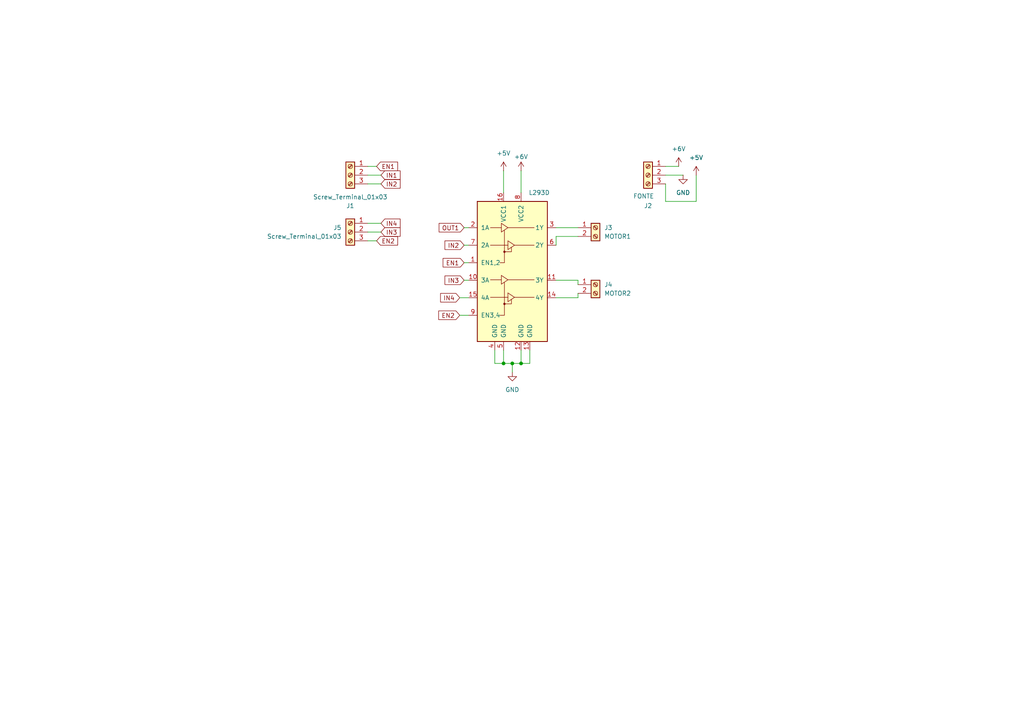
<source format=kicad_sch>
(kicad_sch (version 20231120) (generator "eeschema") (generator_version "8.0")
  (paper "A4")
  (lib_symbols
    (symbol "Connector:Screw_Terminal_01x02" (pin_names (offset 1.016) hide)
      (property "Reference" "J" (at 0 2.54 0))
      (property "Value" "Screw_Terminal_01x02" (at 0 -5.08 0))
      (symbol "Screw_Terminal_01x02_1_1"
        (rectangle (start -1.27 1.27) (end 1.27 -3.81) (stroke (width 0.254)) (fill (type background)))
        (circle (center 0 -2.54) (radius 0.635) (stroke (width 0.1524)))
        (polyline (pts (xy -0.5334 -2.2098) (xy 0.3302 -3.048)) (stroke (width 0.1524)))
        (polyline (pts (xy -0.5334 0.3302) (xy 0.3302 -0.508)) (stroke (width 0.1524)))
        (polyline (pts (xy -0.3556 -2.032) (xy 0.508 -2.8702)) (stroke (width 0.1524)))
        (polyline (pts (xy -0.3556 0.508) (xy 0.508 -0.3302)) (stroke (width 0.1524)))
        (circle (center 0 0) (radius 0.635) (stroke (width 0.1524)))
        (pin passive line (at -5.08 0 0) (length 3.81) (name "Pin_1") (number "1"))
        (pin passive line (at -5.08 -2.54 0) (length 3.81) (name "Pin_2") (number "2"))
      )
    )
    (symbol "Connector:Screw_Terminal_01x03" (pin_names (offset 1.016) hide)
      (property "Reference" "J" (at 0 5.08 0))
      (property "Value" "Screw_Terminal_01x03" (at 0 -5.08 0))
      (symbol "Screw_Terminal_01x03_1_1"
        (rectangle (start -1.27 3.81) (end 1.27 -3.81) (stroke (width 0.254)) (fill (type background)))
        (circle (center 0 -2.54) (radius 0.635) (stroke (width 0.1524)))
        (polyline (pts (xy -0.5334 -2.2098) (xy 0.3302 -3.048)) (stroke (width 0.1524)))
        (polyline (pts (xy -0.5334 0.3302) (xy 0.3302 -0.508)) (stroke (width 0.1524)))
        (polyline (pts (xy -0.5334 2.8702) (xy 0.3302 2.032)) (stroke (width 0.1524)))
        (polyline (pts (xy -0.3556 -2.032) (xy 0.508 -2.8702)) (stroke (width 0.1524)))
        (polyline (pts (xy -0.3556 0.508) (xy 0.508 -0.3302)) (stroke (width 0.1524)))
        (polyline (pts (xy -0.3556 3.048) (xy 0.508 2.2098)) (stroke (width 0.1524)))
        (circle (center 0 0) (radius 0.635) (stroke (width 0.1524)))
        (circle (center 0 2.54) (radius 0.635) (stroke (width 0.1524)))
        (pin passive line (at -5.08 2.54 0) (length 3.81) (name "Pin_1") (number "1"))
        (pin passive line (at -5.08 0 0) (length 3.81) (name "Pin_2") (number "2"))
        (pin passive line (at -5.08 -2.54 0) (length 3.81) (name "Pin_3") (number "3"))
      )
    )
    (symbol "Driver_Motor:L293D" (pin_names (offset 1.016))
      (property "Reference" "U" (at -5.08 26.035 0))
      (property "Value" "L293D" (at -5.08 24.13 0))
      (symbol "L293D_0_1"
        (rectangle (start -10.16 22.86) (end 10.16 -17.78) (stroke (width 0.254)) (fill (type background)))
        (circle (center -2.286 -6.858) (radius 0.254) (fill (type outline)))
        (circle (center -2.286 8.255) (radius 0.254) (fill (type outline)))
        (polyline (pts (xy -6.35 -4.953) (xy -1.27 -4.953)))
        (polyline (pts (xy -6.35 0.127) (xy -3.175 0.127)))
        (polyline (pts (xy -6.35 10.16) (xy -1.27 10.16)))
        (polyline (pts (xy -6.35 15.24) (xy -3.175 15.24)))
        (polyline (pts (xy -1.27 0.127) (xy 6.35 0.127)))
        (polyline (pts (xy -1.27 15.24) (xy 6.35 15.24)))
        (polyline (pts (xy 0.635 -4.953) (xy 6.35 -4.953)))
        (polyline (pts (xy 0.635 10.16) (xy 6.35 10.16)))
        (polyline (pts (xy -2.286 -6.858) (xy -0.254 -6.858) (xy -0.254 -5.588)))
        (polyline (pts (xy -2.286 -0.635) (xy -2.286 -10.16) (xy -3.556 -10.16)))
        (polyline (pts (xy -2.286 8.255) (xy -0.254 8.255) (xy -0.254 9.525)))
        (polyline (pts (xy -2.286 14.478) (xy -2.286 5.08) (xy -3.556 5.08)))
        (polyline (pts (xy -3.175 1.397) (xy -3.175 -1.143) (xy -1.27 0.127) (xy -3.175 1.397)))
        (polyline (pts (xy -3.175 16.51) (xy -3.175 13.97) (xy -1.27 15.24) (xy -3.175 16.51)))
        (polyline (pts (xy -1.27 -3.683) (xy -1.27 -6.223) (xy 0.635 -4.953) (xy -1.27 -3.683)))
        (polyline (pts (xy -1.27 11.43) (xy -1.27 8.89) (xy 0.635 10.16) (xy -1.27 11.43)))
      )
      (symbol "L293D_1_1"
        (pin input line (at -12.7 5.08 0) (length 2.54) (name "EN1,2") (number "1"))
        (pin input line (at -12.7 0 0) (length 2.54) (name "3A") (number "10"))
        (pin output line (at 12.7 0 180) (length 2.54) (name "3Y") (number "11"))
        (pin power_in line (at 2.54 -20.32 90) (length 2.54) (name "GND") (number "12"))
        (pin power_in line (at 5.08 -20.32 90) (length 2.54) (name "GND") (number "13"))
        (pin output line (at 12.7 -5.08 180) (length 2.54) (name "4Y") (number "14"))
        (pin input line (at -12.7 -5.08 0) (length 2.54) (name "4A") (number "15"))
        (pin power_in line (at -2.54 25.4 270) (length 2.54) (name "VCC1") (number "16"))
        (pin input line (at -12.7 15.24 0) (length 2.54) (name "1A") (number "2"))
        (pin output line (at 12.7 15.24 180) (length 2.54) (name "1Y") (number "3"))
        (pin power_in line (at -5.08 -20.32 90) (length 2.54) (name "GND") (number "4"))
        (pin power_in line (at -2.54 -20.32 90) (length 2.54) (name "GND") (number "5"))
        (pin output line (at 12.7 10.16 180) (length 2.54) (name "2Y") (number "6"))
        (pin input line (at -12.7 10.16 0) (length 2.54) (name "2A") (number "7"))
        (pin power_in line (at 2.54 25.4 270) (length 2.54) (name "VCC2") (number "8"))
        (pin input line (at -12.7 -10.16 0) (length 2.54) (name "EN3,4") (number "9"))
      )
    )
    (symbol "power:+5V" (power) (pin_numbers hide) (pin_names (offset 0) hide)
      (property "Value" "+5V" (at 0 3.556 0))
      (symbol "+5V_0_1"
        (polyline (pts (xy -0.762 1.27) (xy 0 2.54)))
        (polyline (pts (xy 0 0) (xy 0 2.54)))
        (polyline (pts (xy 0 2.54) (xy 0.762 1.27)))
      )
      (symbol "+5V_1_1"
        (pin power_in line (at 0 0 90) (length 0) (name "~") (number "1"))
      )
    )
    (symbol "power:+6V" (power) (pin_numbers hide) (pin_names (offset 0) hide)
      (property "Value" "+6V" (at 0 3.556 0))
      (symbol "+6V_0_1"
        (polyline (pts (xy -0.762 1.27) (xy 0 2.54)))
        (polyline (pts (xy 0 0) (xy 0 2.54)))
        (polyline (pts (xy 0 2.54) (xy 0.762 1.27)))
      )
      (symbol "+6V_1_1"
        (pin power_in line (at 0 0 90) (length 0) (name "~") (number "1"))
      )
    )
    (symbol "power:GND" (power) (pin_numbers hide) (pin_names (offset 0) hide)
      (property "Value" "GND" (at 0 -3.81 0))
      (symbol "GND_0_1"
        (polyline (pts (xy 0 0) (xy 0 -1.27) (xy 1.27 -1.27) (xy 0 -2.54) (xy -1.27 -1.27) (xy 0 -1.27)))
      )
      (symbol "GND_1_1"
        (pin power_in line (at 0 0 270) (length 0) (name "~") (number "1"))
      )
    )
  )
  (junction (at 151.13 105.41))
  (junction (at 148.59 105.41))
  (junction (at 146.05 105.41))
  (wire (pts (xy 161.29 66.04) (xy 167.64 66.04)))
  (wire (pts (xy 148.59 105.41) (xy 148.59 107.95)))
  (wire (pts (xy 134.62 66.04) (xy 135.89 66.04)))
  (wire (pts (xy 151.13 101.6) (xy 151.13 105.41)))
  (wire (pts (xy 153.67 105.41) (xy 153.67 101.6)))
  (wire (pts (xy 143.51 105.41) (xy 146.05 105.41)))
  (wire (pts (xy 133.35 86.36) (xy 135.89 86.36)))
  (wire (pts (xy 167.64 85.09) (xy 167.64 86.36)))
  (wire (pts (xy 134.62 76.2) (xy 135.89 76.2)))
  (wire (pts (xy 193.04 50.8) (xy 198.12 50.8)))
  (wire (pts (xy 134.62 71.12) (xy 135.89 71.12)))
  (wire (pts (xy 106.68 67.31) (xy 110.49 67.31)))
  (wire (pts (xy 161.29 71.12) (xy 161.29 68.58)))
  (wire (pts (xy 167.64 86.36) (xy 161.29 86.36)))
  (wire (pts (xy 106.68 64.77) (xy 110.49 64.77)))
  (wire (pts (xy 167.64 82.55) (xy 167.64 81.28)))
  (wire (pts (xy 146.05 49.53) (xy 146.05 55.88)))
  (wire (pts (xy 146.05 101.6) (xy 146.05 105.41)))
  (wire (pts (xy 146.05 105.41) (xy 148.59 105.41)))
  (wire (pts (xy 133.35 91.44) (xy 135.89 91.44)))
  (wire (pts (xy 193.04 58.42) (xy 201.93 58.42)))
  (wire (pts (xy 134.62 81.28) (xy 135.89 81.28)))
  (wire (pts (xy 106.68 69.85) (xy 109.22 69.85)))
  (wire (pts (xy 201.93 58.42) (xy 201.93 50.8)))
  (wire (pts (xy 106.68 48.26) (xy 109.22 48.26)))
  (wire (pts (xy 161.29 68.58) (xy 167.64 68.58)))
  (wire (pts (xy 148.59 105.41) (xy 151.13 105.41)))
  (wire (pts (xy 151.13 49.53) (xy 151.13 55.88)))
  (wire (pts (xy 106.68 50.8) (xy 110.49 50.8)))
  (wire (pts (xy 193.04 48.26) (xy 196.85 48.26)))
  (wire (pts (xy 167.64 81.28) (xy 161.29 81.28)))
  (wire (pts (xy 193.04 53.34) (xy 193.04 58.42)))
  (wire (pts (xy 143.51 101.6) (xy 143.51 105.41)))
  (wire (pts (xy 106.68 53.34) (xy 110.49 53.34)))
  (wire (pts (xy 151.13 105.41) (xy 153.67 105.41)))
  (global_label "IN2" (shape input) (at 110.49 53.34 0) (property "Intersheetrefs" "${INTERSHEET_REFS}" (effects (hide yes))))
  (global_label "IN2" (shape input) (at 134.62 71.12 180) (property "Intersheetrefs" "${INTERSHEET_REFS}" (effects (hide yes))))
  (global_label "IN4" (shape input) (at 133.35 86.36 180) (property "Intersheetrefs" "${INTERSHEET_REFS}" (effects (hide yes))))
  (global_label "EN2" (shape input) (at 109.22 69.85 0) (property "Intersheetrefs" "${INTERSHEET_REFS}" (effects (hide yes))))
  (global_label "OUT1" (shape input) (at 134.62 66.04 180) (property "Intersheetrefs" "${INTERSHEET_REFS}" (effects (hide yes))))
  (global_label "EN1" (shape input) (at 109.22 48.26 0) (property "Intersheetrefs" "${INTERSHEET_REFS}" (effects (hide yes))))
  (global_label "EN2" (shape input) (at 133.35 91.44 180) (property "Intersheetrefs" "${INTERSHEET_REFS}" (effects (hide yes))))
  (global_label "IN1" (shape input) (at 110.49 50.8 0) (property "Intersheetrefs" "${INTERSHEET_REFS}" (effects (hide yes))))
  (global_label "EN1" (shape input) (at 134.62 76.2 180) (property "Intersheetrefs" "${INTERSHEET_REFS}" (effects (hide yes))))
  (global_label "IN3" (shape input) (at 134.62 81.28 180) (property "Intersheetrefs" "${INTERSHEET_REFS}" (effects (hide yes))))
  (global_label "IN3" (shape input) (at 110.49 67.31 0) (property "Intersheetrefs" "${INTERSHEET_REFS}" (effects (hide yes))))
  (global_label "IN4" (shape input) (at 110.49 64.77 0) (property "Intersheetrefs" "${INTERSHEET_REFS}" (effects (hide yes))))
  (symbol (lib_id "Connector:Screw_Terminal_01x03") (at 101.6 50.8 0) (mirror y) (unit 1)
    (property "Reference" "J1" (at 101.6 59.69 0))
    (property "Value" "Screw_Terminal_01x03" (at 101.6 57.15 0))
    (property "Footprint" "TerminalBlock:TerminalBlock_bornier-3_P5.08mm" (effects (hide yes)))
    (property "Description" "Generic screw terminal, single row, 01x03, script generated (kicad-library-utils/schlib/autogen/connector/)" (effects (hide yes)))
  )
  (symbol (lib_id "Driver_Motor:L293D") (at 148.59 81.28 0) (unit 1)
    (property "Reference" "U1" (effects (hide yes)))
    (property "Value" "L293D" (at 153.3241 55.88 0) (effects (justify left)))
    (property "Footprint" "Package_DIP:DIP-16_W7.62mm_Socket_LongPads" (effects (hide yes)))
    (property "Datasheet" "http://www.ti.com/lit/ds/symlink/l293.pdf" (effects (hide yes)))
    (property "Description" "Quadruple Half-H Drivers" (effects (hide yes)))
  )
  (symbol (lib_id "Connector:Screw_Terminal_01x03") (at 187.96 50.8 0) (mirror y) (unit 1)
    (property "Reference" "J2" (at 187.96 59.69 0))
    (property "Value" "FONTE" (at 186.69 56.896 0))
    (property "Footprint" "TerminalBlock:TerminalBlock_bornier-3_P5.08mm" (effects (hide yes)))
    (property "Description" "Generic screw terminal, single row, 01x03, script generated (kicad-library-utils/schlib/autogen/connector/)" (effects (hide yes)))
  )
  (symbol (lib_id "power:+6V") (at 151.13 49.53 0) (unit 1)
    (property "Reference" "#PWR02" (effects (hide yes)))
    (property "Value" "+6V" (at 151.13 45.466 0))
    (property "Description" "Power symbol creates a global label with name \"+6V\"" (effects (hide yes)))
  )
  (symbol (lib_id "power:+5V") (at 201.93 50.8 0) (unit 1)
    (property "Reference" "#PWR06" (effects (hide yes)))
    (property "Value" "+5V" (at 201.93 45.72 0))
    (property "Description" "Power symbol creates a global label with name \"+5V\"" (effects (hide yes)))
  )
  (symbol (lib_id "power:GND") (at 148.59 107.95 0) (unit 1)
    (property "Reference" "#PWR01" (effects (hide yes)))
    (property "Value" "GND" (at 148.59 113.03 0))
    (property "Description" "Power symbol creates a global label with name \"GND\" , ground" (effects (hide yes)))
  )
  (symbol (lib_id "power:+5V") (at 146.05 49.53 0) (unit 1)
    (property "Reference" "#PWR05" (effects (hide yes)))
    (property "Value" "+5V" (at 146.05 44.45 0))
    (property "Description" "Power symbol creates a global label with name \"+5V\"" (effects (hide yes)))
  )
  (symbol (lib_id "Connector:Screw_Terminal_01x02") (at 172.72 82.55 0) (unit 1)
    (property "Reference" "J4" (at 175.26 82.5499 0) (effects (justify left)))
    (property "Value" "MOTOR2" (at 175.26 85.0899 0) (effects (justify left)))
    (property "Footprint" "TerminalBlock:TerminalBlock_bornier-2_P5.08mm" (effects (hide yes)))
    (property "Description" "Generic screw terminal, single row, 01x02, script generated (kicad-library-utils/schlib/autogen/connector/)" (effects (hide yes)))
  )
  (symbol (lib_id "power:GND") (at 198.12 50.8 0) (unit 1)
    (property "Reference" "#PWR03" (effects (hide yes)))
    (property "Value" "GND" (at 198.12 55.88 0))
    (property "Description" "Power symbol creates a global label with name \"GND\" , ground" (effects (hide yes)))
  )
  (symbol (lib_id "power:+6V") (at 196.85 48.26 0) (unit 1)
    (property "Reference" "#PWR04" (effects (hide yes)))
    (property "Value" "+6V" (at 196.85 43.18 0))
    (property "Description" "Power symbol creates a global label with name \"+6V\"" (effects (hide yes)))
  )
  (symbol (lib_id "Connector:Screw_Terminal_01x03") (at 101.6 67.31 0) (mirror y) (unit 1)
    (property "Reference" "J5" (at 99.06 66.0399 0) (effects (justify left)))
    (property "Value" "Screw_Terminal_01x03" (at 99.06 68.5799 0) (effects (justify left)))
    (property "Footprint" "TerminalBlock:TerminalBlock_bornier-3_P5.08mm" (effects (hide yes)))
    (property "Description" "Generic screw terminal, single row, 01x03, script generated (kicad-library-utils/schlib/autogen/connector/)" (effects (hide yes)))
  )
  (symbol (lib_id "Connector:Screw_Terminal_01x02") (at 172.72 66.04 0) (unit 1)
    (property "Reference" "J3" (at 175.26 66.0399 0) (effects (justify left)))
    (property "Value" "MOTOR1" (at 175.26 68.5799 0) (effects (justify left)))
    (property "Footprint" "TerminalBlock:TerminalBlock_bornier-2_P5.08mm" (effects (hide yes)))
    (property "Description" "Generic screw terminal, single row, 01x02, script generated (kicad-library-utils/schlib/autogen/connector/)" (effects (hide yes)))
  )
)
</source>
